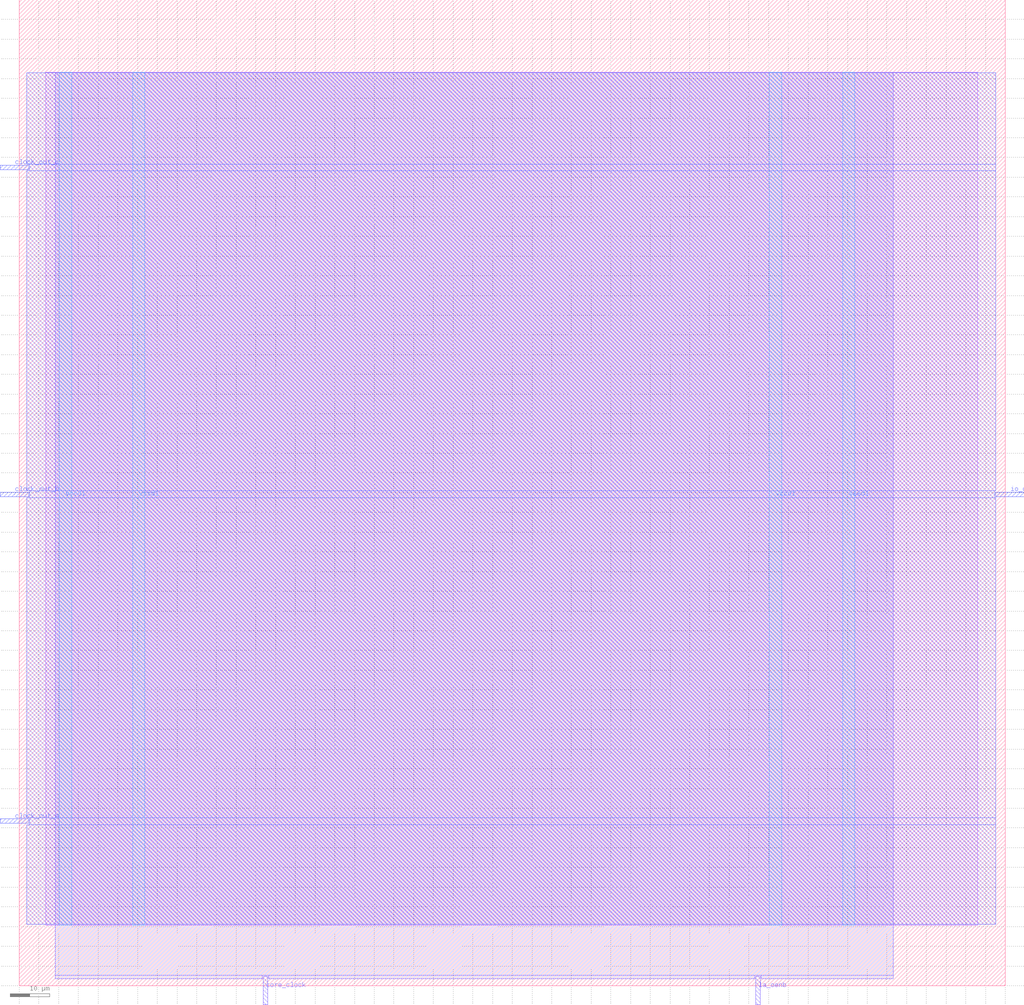
<source format=lef>
VERSION 5.7 ;
  NOWIREEXTENSIONATPIN ON ;
  DIVIDERCHAR "/" ;
  BUSBITCHARS "[]" ;
MACRO clock_mux
  CLASS BLOCK ;
  FOREIGN clock_mux ;
  ORIGIN 0.000 0.000 ;
  SIZE 250.000 BY 250.000 ;
  PIN clock_out_a
    DIRECTION OUTPUT TRISTATE ;
    USE SIGNAL ;
    PORT
      LAYER Metal3 ;
        RECT -4.800 41.160 2.400 42.280 ;
    END
  END clock_out_a
  PIN clock_out_b
    DIRECTION OUTPUT TRISTATE ;
    USE SIGNAL ;
    PORT
      LAYER Metal3 ;
        RECT -4.800 124.040 2.400 125.160 ;
    END
  END clock_out_b
  PIN clock_out_c
    DIRECTION OUTPUT TRISTATE ;
    USE SIGNAL ;
    PORT
      LAYER Metal3 ;
        RECT -4.800 206.920 2.400 208.040 ;
    END
  END clock_out_c
  PIN core_clock
    DIRECTION INPUT ;
    USE SIGNAL ;
    PORT
      LAYER Metal2 ;
        RECT 61.880 -4.800 63.000 2.400 ;
    END
  END core_clock
  PIN io_clock
    DIRECTION INPUT ;
    USE SIGNAL ;
    PORT
      LAYER Metal3 ;
        RECT 247.600 124.040 254.800 125.160 ;
    END
  END io_clock
  PIN la_oenb
    DIRECTION INPUT ;
    USE SIGNAL ;
    PORT
      LAYER Metal2 ;
        RECT 186.760 -4.800 187.880 2.400 ;
    END
  END la_oenb
  PIN vccd1
    DIRECTION INOUT ;
    USE POWER ;
    PORT
      LAYER Metal4 ;
        RECT 10.170 15.380 13.270 231.580 ;
    END
    PORT
      LAYER Metal4 ;
        RECT 190.170 15.380 193.270 231.580 ;
    END
  END vccd1
  PIN vssd1
    DIRECTION INOUT ;
    USE GROUND ;
    PORT
      LAYER Metal4 ;
        RECT 28.770 15.380 31.870 231.580 ;
    END
    PORT
      LAYER Metal4 ;
        RECT 208.770 15.380 211.870 231.580 ;
    END
  END vssd1
  OBS
      LAYER Metal1 ;
        RECT 6.720 15.380 243.040 231.580 ;
      LAYER Metal2 ;
        RECT 9.100 2.700 221.620 231.470 ;
        RECT 9.100 1.820 61.580 2.700 ;
        RECT 63.300 1.820 186.460 2.700 ;
        RECT 188.180 1.820 221.620 2.700 ;
      LAYER Metal3 ;
        RECT 1.960 208.340 247.600 231.420 ;
        RECT 2.700 206.620 247.600 208.340 ;
        RECT 1.960 125.460 247.600 206.620 ;
        RECT 2.700 123.740 247.300 125.460 ;
        RECT 1.960 42.580 247.600 123.740 ;
        RECT 2.700 40.860 247.600 42.580 ;
        RECT 1.960 15.540 247.600 40.860 ;
  END
END clock_mux
END LIBRARY


</source>
